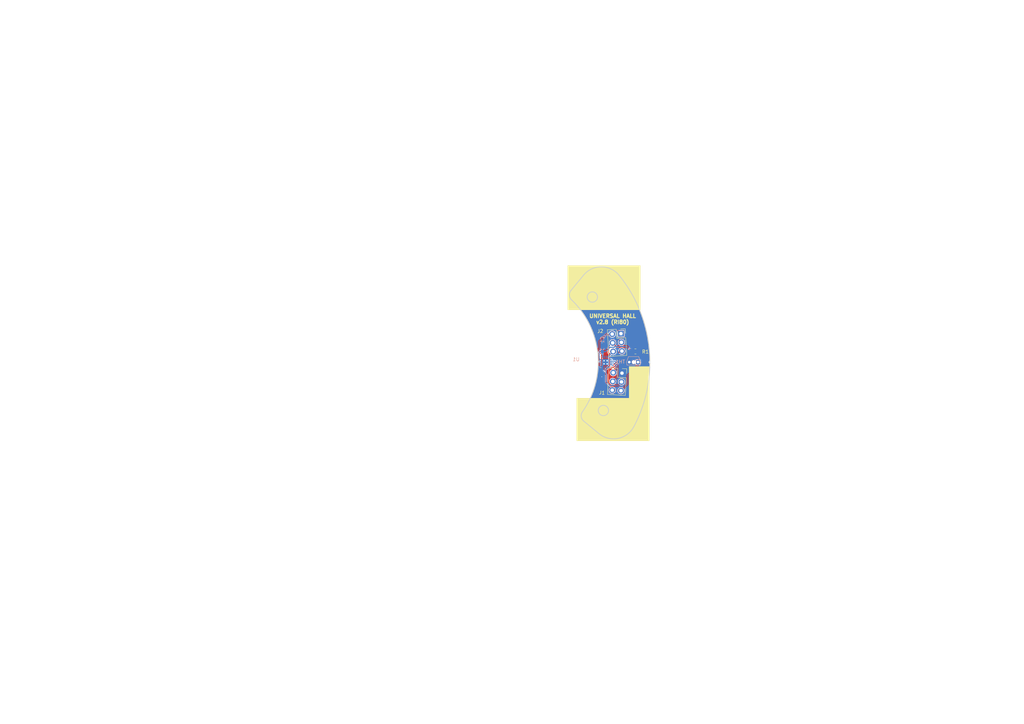
<source format=kicad_pcb>
(kicad_pcb (version 20211014) (generator pcbnew)
  (layers (0 "F.Cu" signal) (31 "B.Cu" signal) (34 "B.Paste" user) (35 "F.Paste" user) (36 "B.SilkS" user "B.Silkscreen") (37 "F.SilkS" user "F.Silkscreen") (38 "B.Mask" user) (39 "F.Mask" user) (44 "Edge.Cuts" user))
  (net 0 "")
  (net 1 "A")
  (net 2 "B")
  (net 3 "+3V3")
  (net 4 "VTEMP")
  (net 5 "Z")
  (net 6 "GND")
  (net 7 "MOSI")
  (net 8 "CS")
  (net 9 "MISO")
  (net 10 "MGL")
  (net 11 "SCLK")
  (net 12 "MGH")
  (footprint "Connector_PinSocket_2.54mm:PinSocket_2x03_P2.54mm_Vertical" (layer "F.Cu") (at 180.1 96.723428 3.17)
    (fp_text reference "J2" (at -5.950814 -1.054113 3.17) (layer "F.SilkS"))
    (fp_text value "Conn_02x03_Odd_Even")
    (fp_line (start 1.33 1.27) (end 1.33 6.41) (layer "F.SilkS") (width 0.12))
    (fp_line (start -3.87 6.41) (end 1.33 6.41) (layer "F.SilkS") (width 0.12))
    (fp_line (start 1.33 -1.33) (end 1.33 0) (layer "F.SilkS") (width 0.12))
    (fp_line (start -1.27 1.27) (end 1.33 1.27) (layer "F.SilkS") (width 0.12))
    (fp_line (start 0 -1.33) (end 1.33 -1.33) (layer "F.SilkS") (width 0.12))
    (fp_line (start -1.27 -1.33) (end -1.27 1.27) (layer "F.SilkS") (width 0.12))
    (fp_line (start -3.87 -1.33) (end -1.27 -1.33) (layer "F.SilkS") (width 0.12))
    (fp_line (start -3.87 -1.33) (end -3.87 6.41) (layer "F.SilkS") (width 0.12))
    (pad "1" thru_hole rect locked (at 0 0 3.17) (size 1.7 1.7) (drill 1) (layers *.Cu *.Mask) (net 10 "MGL"))
    (pad "2" thru_hole oval locked (at -2.54 0 3.17) (size 1.7 1.7) (drill 1) (layers *.Cu *.Mask) (net 11 "SCLK"))
    (pad "3" thru_hole oval locked (at 0 2.54 3.17) (size 1.7 1.7) (drill 1) (layers *.Cu *.Mask) (net 9 "MISO"))
    (pad "4" thru_hole oval locked (at -2.54 2.54 3.17) (size 1.7 1.7) (drill 1) (layers *.Cu *.Mask) (net 7 "MOSI"))
    (pad "5" thru_hole oval locked (at 0 5.08 3.17) (size 1.7 1.7) (drill 1) (layers *.Cu *.Mask) (net 8 "CS"))
    (pad "6" thru_hole oval locked (at -2.54 5.08 3.17) (size 1.7 1.7) (drill 1) (layers *.Cu *.Mask) (net 12 "MGH"))
  )
  (footprint "Connector_PinSocket_2.54mm:PinSocket_2x03_P2.54mm_Vertical" (layer "F.Cu") (at 180.4 108.2 -3.17)
    (fp_text reference "J1" (at -5.475922 6.012011 -3.17) (layer "F.SilkS"))
    (fp_text value "Conn_02x03_Odd_Even")
    (fp_line (start -1.27 -1.33) (end -1.27 1.27) (layer "F.SilkS") (width 0.12))
    (fp_line (start 0 -1.33) (end 1.33 -1.33) (layer "F.SilkS") (width 0.12))
    (fp_line (start 1.33 -1.33) (end 1.33 0) (layer "F.SilkS") (width 0.12))
    (fp_line (start -1.27 1.27) (end 1.33 1.27) (layer "F.SilkS") (width 0.12))
    (fp_line (start 1.33 1.27) (end 1.33 6.41) (layer "F.SilkS") (width 0.12))
    (fp_line (start -3.87 -1.33) (end -1.27 -1.33) (layer "F.SilkS") (width 0.12))
    (fp_line (start -3.87 -1.33) (end -3.87 6.41) (layer "F.SilkS") (width 0.12))
    (fp_line (start -3.87 6.41) (end 1.33 6.41) (layer "F.SilkS") (width 0.12))
    (pad "1" thru_hole rect locked (at 0 0 356.83) (size 1.7 1.7) (drill 1) (layers *.Cu *.Mask) (net 6 "GND"))
    (pad "2" thru_hole oval locked (at -2.54 0 356.83) (size 1.7 1.7) (drill 1) (layers *.Cu *.Mask) (net 5 "Z"))
    (pad "3" thru_hole oval locked (at 0 2.54 356.83) (size 1.7 1.7) (drill 1) (layers *.Cu *.Mask) (net 2 "B"))
    (pad "4" thru_hole oval locked (at -2.54 2.54 356.83) (size 1.7 1.7) (drill 1) (layers *.Cu *.Mask) (net 1 "A"))
    (pad "5" thru_hole oval locked (at 0 5.08 356.83) (size 1.7 1.7) (drill 1) (layers *.Cu *.Mask) (net 4 "VTEMP"))
    (pad "6" thru_hole oval locked (at -2.54 5.08 356.83) (size 1.7 1.7) (drill 1) (layers *.Cu *.Mask) (net 3 "+3V3"))
  )
  (footprint "Resistor_SMD:R_0805_2012Metric_Pad1.20x1.40mm_HandSolder" (layer "F.Cu") (at 184.3 101.9)
    (fp_text reference "R1" (at 2.9 0.1) (layer "F.SilkS"))
    (fp_text value "10k")
    (fp_line (start -0.227064 0.735) (end 0.227064 0.735) (layer "F.SilkS") (width 0.12))
    (fp_line (start -0.227064 -0.735) (end 0.227064 -0.735) (layer "F.SilkS") (width 0.12))
    (pad "1" smd roundrect locked (at -1 0) (size 1.2 1.4) (layers "F.Cu" "F.Paste" "F.Mask") (roundrect_rratio 0.2083333333) (net 3 "+3V3"))
    (pad "2" smd roundrect locked (at 1 0) (size 1.2 1.4) (layers "F.Cu" "F.Paste" "F.Mask") (roundrect_rratio 0.2083333333) (net 4 "VTEMP"))
  )
  (footprint "Capacitor_SMD:C_0603_1608Metric_Pad1.08x0.95mm_HandSolder" (layer "B.Cu") (at 174.7 101.1 90)
    (fp_text reference "C1" (at 2.6 0 90) (layer "B.SilkS") (effects (justify mirror)))
    (fp_text value "1uF")
    (fp_line (start -0.146267 -0.51) (end 0.146267 -0.51) (layer "B.SilkS") (width 0.12))
    (fp_line (start -0.146267 0.51) (end 0.146267 0.51) (layer "B.SilkS") (width 0.12))
    (pad "1" smd roundrect locked (at -0.8625 0 90) (size 1.075 0.95) (layers "B.Cu" "B.Paste" "B.Mask") (net 3 "+3V3"))
    (pad "2" smd roundrect locked (at 0.8625 0 90) (size 1.075 0.95) (layers "B.Cu" "B.Paste" "B.Mask") (net 6 "GND"))
  )
  (footprint "Package_TO_SOT_THT:TO-92S-2" (layer "B.Cu") (at 185.05 105 180)
    (fp_text reference "TH1" (at 5.15 0.1) (layer "B.SilkS") (effects (justify mirror)))
    (fp_text value "Thermistor_PTC")
    (fp_line (start 3.2 -0.85) (end 3.35 0) (layer "B.SilkS") (width 0.12))
    (fp_line (start -0.65 -0.85) (end 3.2 -0.85) (layer "B.SilkS") (width 0.12))
    (fp_line (start 2.75 1.6) (end -0.2 1.6) (layer "B.SilkS") (width 0.12))
    (fp_line (start -0.7 0.3) (end -0.8 0) (layer "B.SilkS") (width 0.12))
    (fp_line (start -0.8 0) (end -0.65 -0.85) (layer "B.SilkS") (width 0.12))
    (fp_line (start -0.2 1.6) (end -0.45 0.95) (layer "B.SilkS") (width 0.12))
    (fp_line (start 3.35 0) (end 2.75 1.6) (layer "B.SilkS") (width 0.12))
    (pad "1" thru_hole rect locked (at 0 0 180) (size 1.05 1.3) (drill 0.75) (layers *.Cu *.Mask) (net 4 "VTEMP"))
    (pad "2" thru_hole oval locked (at 2.54 0 180) (size 1.05 1.3) (drill 0.75) (layers *.Cu *.Mask) (net 6 "GND"))
  )
  (footprint "Package_DFN_QFN:VQFN-16-1EP_3x3mm_P0.5mm_EP1.8x1.8mm" (layer "B.Cu") (at 175.6 105 180)
    (fp_text reference "U1" (at 8.52 0.79) (layer "B.SilkS") (effects (justify mirror)))
    (fp_text value "MA310")
    (fp_line (start -1.135 -1.61) (end -1.61 -1.61) (layer "B.SilkS") (width 0.12))
    (fp_line (start 1.61 -1.61) (end 1.61 -1.135) (layer "B.SilkS") (width 0.12))
    (fp_line (start -1.61 -1.61) (end -1.61 -1.135) (layer "B.SilkS") (width 0.12))
    (fp_line (start 1.61 1.61) (end 1.61 1.135) (layer "B.SilkS") (width 0.12))
    (fp_line (start 1.135 1.61) (end 1.61 1.61) (layer "B.SilkS") (width 0.12))
    (fp_line (start 1.135 -1.61) (end 1.61 -1.61) (layer "B.SilkS") (width 0.12))
    (fp_line (start -1.135 1.61) (end -1.61 1.61) (layer "B.SilkS") (width 0.12))
    (pad "1" smd roundrect locked (at -1.4875 0.75 180) (size 0.775 0.25) (layers "B.Cu" "B.Paste" "B.Mask"))
    (pad "2" smd roundrect locked (at -1.4875 0.25 180) (size 0.775 0.25) (layers "B.Cu" "B.Paste" "B.Mask") (net 1 "A"))
    (pad "3" smd roundrect locked (at -1.4875 -0.25 180) (size 0.775 0.25) (layers "B.Cu" "B.Paste" "B.Mask") (net 5 "Z"))
    (pad "4" smd roundrect locked (at -1.4875 -0.75 180) (size 0.775 0.25) (layers "B.Cu" "B.Paste" "B.Mask") (net 7 "MOSI"))
    (pad "5" smd roundrect locked (at -0.75 -1.4875 180) (size 0.25 0.775) (layers "B.Cu" "B.Paste" "B.Mask") (net 8 "CS"))
    (pad "6" smd roundrect locked (at -0.25 -1.4875 180) (size 0.25 0.775) (layers "B.Cu" "B.Paste" "B.Mask") (net 2 "B"))
    (pad "7" smd roundrect locked (at 0.25 -1.4875 180) (size 0.25 0.775) (layers "B.Cu" "B.Paste" "B.Mask") (net 9 "MISO"))
    (pad "8" smd roundrect locked (at 0.75 -1.4875 180) (size 0.25 0.775) (layers "B.Cu" "B.Paste" "B.Mask") (net 6 "GND"))
    (pad "9" smd roundrect locked (at 1.4875 -0.75 180) (size 0.775 0.25) (layers "B.Cu" "B.Paste" "B.Mask"))
    (pad "10" smd roundrect locked (at 1.4875 -0.25 180) (size 0.775 0.25) (layers "B.Cu" "B.Paste" "B.Mask"))
    (pad "11" smd roundrect locked (at 1.4875 0.25 180) (size 0.775 0.25) (layers "B.Cu" "B.Paste" "B.Mask") (net 10 "MGL"))
    (pad "12" smd roundrect locked (at 1.4875 0.75 180) (size 0.775 0.25) (layers "B.Cu" "B.Paste" "B.Mask") (net 11 "SCLK"))
    (pad "13" smd roundrect locked (at 0.75 1.4875 180) (size 0.25 0.775) (layers "B.Cu" "B.Paste" "B.Mask") (net 3 "+3V3"))
    (pad "14" smd roundrect locked (at 0.25 1.4875 180) (size 0.25 0.775) (layers "B.Cu" "B.Paste" "B.Mask"))
    (pad "15" smd roundrect locked (at -0.25 1.4875 180) (size 0.25 0.775) (layers "B.Cu" "B.Paste" "B.Mask"))
    (pad "16" smd roundrect locked (at -0.75 1.4875 180) (size 0.25 0.775) (layers "B.Cu" "B.Paste" "B.Mask") (net 12 "MGH"))
    (pad "17" smd rect locked (at 0 0 180) (size 1.8 1.8) (layers "B.Cu" "B.Mask") (net 6 "GND"))
  )
  (gr_rect (start 182.5 106.3) (end 188.3 115.5) (layer "F.SilkS") (width 0.15) (fill solid))
  (gr_rect (start 167.3 115.5) (end 188.3 127.8) (layer "F.SilkS") (width 0.15) (fill solid))
  (gr_rect (start 164.7 77) (end 185.7 89.8) (layer "F.SilkS") (width 0.15) (fill solid))
  (gr_circle (center 183.8 105) (end 184.3 105) (layer "Edge.Cuts") (width 0.01) (fill none))
  (gr_arc (start 183.850624 123.717192) (mid 179.267591 127.135146) (end 173.721527 125.746701) (layer "Edge.Cuts") (width 0.25))
  (gr_circle (center 175.012968 119.037894) (end 176.512968 119.037894) (layer "Edge.Cuts") (width 0.25) (fill none))
  (gr_arc (start 179.577049 79.816335) (mid 186.161398 91.523387) (end 188.499218 104.750001) (layer "Edge.Cuts") (width 0.25))
  (gr_arc (start 165.768281 86.922212) (mid 165.153338 85.595855) (end 165.605163 84.205448) (layer "Edge.Cuts") (width 0.25))
  (gr_arc (start 188.499218 105.249998) (mid 187.289934 114.764268) (end 183.850625 123.717192) (layer "Edge.Cuts") (width 0.25))
  (gr_arc (start 165.768281 86.922211) (mid 173.382382 102.577798) (end 168.93064 119.407947) (layer "Edge.Cuts") (width 0.25))
  (gr_arc (start 188.499219 105.249999) (mid 188.25 105) (end 188.499218 104.750001) (layer "Edge.Cuts") (width 0.25))
  (gr_circle (center 171.807787 86.112251) (end 173.307787 86.112251) (layer "Edge.Cuts") (width 0.25) (fill none))
  (gr_line (start 169.246701 79.778472) (end 165.605163 84.205448) (layer "Edge.Cuts") (width 0.25))
  (gr_arc (start 169.246702 79.778472) (mid 174.420858 77.346455) (end 179.577049 79.816334) (layer "Edge.Cuts") (width 0.25))
  (gr_line (start 173.721527 125.746701) (end 169.294551 122.105163) (layer "Edge.Cuts") (width 0.25))
  (gr_arc (start 169.294551 122.105163) (mid 168.58305 120.828002) (end 168.93064 119.407947) (layer "Edge.Cuts") (width 0.25))
  (gr_text "UNIVERSAL HALL\nv2.8 (RI80)" (at 177.7 92.5) (layer "F.SilkS") (effects (font (size 1.1 1.1) (thickness 0.275))))
  (segment (start 178.35 104.75) (end 179.038398 105.438398) (width 0.25) (layer "B.Cu") (net 1))
  (segment (start 179.038398 105.438398) (end 179.038398 109.280685) (width 0.25) (layer "B.Cu") (net 1))
  (segment (start 177.0875 104.75) (end 178.35 104.75) (width 0.25) (layer "B.Cu") (net 1))
  (segment (start 179.038398 109.280685) (end 177.723428 110.595655) (width 0.25) (layer "B.Cu") (net 1))
  (segment (start 175.85 106.4875) (end 175.85 110.75) (width 0.25) (layer "B.Cu") (net 2))
  (segment (start 176.870166 111.770166) (end 179.225488 111.770166) (width 0.25) (layer "B.Cu") (net 2))
  (segment (start 175.85 110.75) (end 176.870166 111.770166) (width 0.25) (layer "B.Cu") (net 2))
  (segment (start 179.225488 111.770166) (end 180.259541 110.736113) (width 0.25) (layer "B.Cu") (net 2))
  (segment (start 174.7 102.7) (end 174.5 102.9) (width 0.3) (layer "F.Cu") (net 3))
  (segment (start 182.5 101.1) (end 183.3 101.9) (width 0.3) (layer "F.Cu") (net 3))
  (segment (start 175.8 108.630916) (end 175.8 111.348799) (width 0.3) (layer "F.Cu") (net 3))
  (segment (start 174.5 107.330916) (end 175.8 108.630916) (width 0.3) (layer "F.Cu") (net 3))
  (segment (start 174.5 102.9) (end 174.5 107.330916) (width 0.3) (layer "F.Cu") (net 3))
  (segment (start 175.8 111.348799) (end 177.582969 113.131768) (width 0.3) (layer "F.Cu") (net 3))
  (via (at 182.5 101.1) (size 0.3) (drill 0.2) (layers "F.Cu" "B.Cu") (net 3))
  (via (at 174.7 102.7) (size 0.3) (drill 0.2) (layers "F.Cu" "B.Cu") (net 3))
  (segment (start 181.859052 100.459052) (end 178.341659 100.459052) (width 0.3) (layer "B.Cu") (net 3))
  (segment (start 174.85 102.85) (end 174.85 103.5125) (width 0.3) (layer "B.Cu") (net 3))
  (segment (start 176.9 100.7) (end 175.6375 101.9625) (width 0.3) (layer "B.Cu") (net 3))
  (segment (start 175.6375 101.9625) (end 174.7 101.9625) (width 0.3) (layer "B.Cu") (net 3))
  (segment (start 174.7 102.7) (end 174.7 101.9625) (width 0.3) (layer "B.Cu") (net 3))
  (segment (start 178.341659 100.459052) (end 178.100711 100.7) (width 0.3) (layer "B.Cu") (net 3))
  (segment (start 182.5 101.1) (end 181.859052 100.459052) (width 0.3) (layer "B.Cu") (net 3))
  (segment (start 174.7 102.7) (end 174.85 102.85) (width 0.3) (layer "B.Cu") (net 3))
  (segment (start 178.100711 100.7) (end 176.9 100.7) (width 0.3) (layer "B.Cu") (net 3))
  (segment (start 185.3 104.75) (end 185.05 105) (width 0.2) (layer "F.Cu") (net 4))
  (segment (start 185.3 101.9) (end 185.3 104.75) (width 0.2) (layer "F.Cu") (net 4))
  (segment (start 180.119083 113.272227) (end 180.127773 113.272227) (width 0.2) (layer "B.Cu") (net 4))
  (segment (start 185.05 105.85) (end 185.05 105) (width 0.2) (layer "B.Cu") (net 4))
  (segment (start 180.127773 113.272227) (end 182 111.4) (width 0.2) (layer "B.Cu") (net 4))
  (segment (start 182 108.9) (end 185.05 105.85) (width 0.2) (layer "B.Cu") (net 4))
  (segment (start 182 111.4) (end 182 108.9) (width 0.2) (layer "B.Cu") (net 4))
  (segment (start 178.05 105.25) (end 178.613878 105.813878) (width 0.2) (layer "B.Cu") (net 5))
  (segment (start 177.0875 105.25) (end 178.05 105.25) (width 0.2) (layer "B.Cu") (net 5))
  (segment (start 178.613878 105.813878) (end 178.613878 107.30955) (width 0.2) (layer "B.Cu") (net 5))
  (segment (start 178.613878 107.30955) (end 177.863887 108.059541) (width 0.2) (layer "B.Cu") (net 5))
  (via (at 174.55 109.25) (size 0.3) (drill 0.2) (layers "F.Cu" "B.Cu") (net 6))
  (via (at 176.1 104.6) (size 0.6) (drill 0.4) (layers "F.Cu" "B.Cu") (net 6))
  (via (at 175.2 105.5) (size 0.6) (drill 0.4) (layers "F.Cu" "B.Cu") (net 6))
  (via (at 175.2 104.6) (size 0.6) (drill 0.4) (layers "F.Cu" "B.Cu") (net 6))
  (via (at 174.6 99.4) (size 0.3) (drill 0.2) (layers "F.Cu" "B.Cu") (net 6))
  (via (at 176.1 105.5) (size 0.6) (drill 0.4) (layers "F.Cu" "B.Cu") (net 6))
  (segment (start 174.85 106.4875) (end 174.85 105.75) (width 0.25) (layer "B.Cu") (net 6))
  (segment (start 174.85 105.75) (end 175.6 105) (width 0.25) (layer "B.Cu") (net 6))
  (segment (start 174.8755 106.513) (end 174.85 106.4875) (width 0.25) (layer "B.Cu") (net 6))
  (segment (start 174.85 108.95) (end 174.55 109.25) (width 0.25) (layer "B.Cu") (net 6))
  (segment (start 174.85 106.4875) (end 174.85 108.95) (width 0.25) (layer "B.Cu") (net 6))
  (segment (start 179.019315 100.919315) (end 179 100.9) (width 0.25) (layer "F.Cu") (net 7))
  (segment (start 179.019315 104.780685) (end 179.019315 100.919315) (width 0.25) (layer "F.Cu") (net 7))
  (segment (start 177.774732 106.025268) (end 179.019315 104.780685) (width 0.25) (layer "F.Cu") (net 7))
  (segment (start 179 100.695655) (end 177.704345 99.4) (width 0.25) (layer "F.Cu") (net 7))
  (segment (start 179 100.9) (end 179 100.695655) (width 0.25) (layer "F.Cu") (net 7))
  (via (at 177.774732 106.025268) (size 0.3) (drill 0.2) (layers "F.Cu" "B.Cu") (net 7))
  (segment (start 177.0875 105.75) (end 177.499464 105.75) (width 0.25) (layer "B.Cu") (net 7))
  (segment (start 177.499464 105.75) (end 177.774732 106.025268) (width 0.25) (layer "B.Cu") (net 7))
  (segment (start 179.468835 102.1) (end 179.77318 101.795655) (width 0.25) (layer "F.Cu") (net 8))
  (segment (start 177 106.4745) (end 177.025279 106.499779) (width 0.25) (layer "F.Cu") (net 8))
  (segment (start 178.000221 106.499779) (end 179.468835 105.031165) (width 0.25) (layer "F.Cu") (net 8))
  (segment (start 177.025279 106.499779) (end 178.000221 106.499779) (width 0.25) (layer "F.Cu") (net 8))
  (segment (start 179.77318 101.795655) (end 180.380917 101.795655) (width 0.25) (layer "F.Cu") (net 8))
  (segment (start 179.468835 105.031165) (end 179.468835 102.1) (width 0.25) (layer "F.Cu") (net 8))
  (via (at 177 106.4745) (size 0.3) (drill 0.2) (layers "F.Cu" "B.Cu") (net 8))
  (segment (start 176.987 106.4875) (end 177 106.4745) (width 0.25) (layer "B.Cu") (net 8))
  (segment (start 176.35 106.4875) (end 176.987 106.4875) (width 0.25) (layer "B.Cu") (net 8))
  (segment (start 179.206407 98.225489) (end 180.240459 99.259541) (width 0.25) (layer "F.Cu") (net 9))
  (segment (start 176.525489 106.350011) (end 176.525489 106.27795) (width 0.25) (layer "F.Cu") (net 9))
  (segment (start 176.525489 106.27795) (end 176.8 106.003439) (width 0.25) (layer "F.Cu") (net 9))
  (segment (start 176.529834 102.282154) (end 176.529834 98.670166) (width 0.25) (layer "F.Cu") (net 9))
  (segment (start 176.974511 98.225489) (end 179.206407 98.225489) (width 0.25) (layer "F.Cu") (net 9))
  (segment (start 176.8 102.55232) (end 176.529834 102.282154) (width 0.25) (layer "F.Cu") (net 9))
  (segment (start 176.8 106.003439) (end 176.8 102.55232) (width 0.25) (layer "F.Cu") (net 9))
  (segment (start 175.3755 107.5) (end 176.525489 106.350011) (width 0.25) (layer "F.Cu") (net 9))
  (segment (start 176.529834 98.670166) (end 176.974511 98.225489) (width 0.25) (layer "F.Cu") (net 9))
  (via (at 175.3755 107.5) (size 0.3) (drill 0.2) (layers "F.Cu" "B.Cu") (net 9))
  (segment (start 175.35 107.4745) (end 175.35 106.4875) (width 0.25) (layer "B.Cu") (net 9))
  (segment (start 175.3755 107.5) (end 175.35 107.4745) (width 0.25) (layer "B.Cu") (net 9))
  (segment (start 175.45048 97.14952) (end 177 95.6) (width 0.25) (layer "F.Cu") (net 10))
  (segment (start 179 95.6) (end 180.1 96.7) (width 0.25) (layer "F.Cu") (net 10))
  (segment (start 173.742779 104.722366) (end 173.742779 102.257221) (width 0.25) (layer "F.Cu") (net 10))
  (segment (start 173.742779 102.257221) (end 175.45048 100.54952) (width 0.25) (layer "F.Cu") (net 10))
  (segment (start 177 95.6) (end 179 95.6) (width 0.25) (layer "F.Cu") (net 10))
  (segment (start 180.1 96.7) (end 180.1 96.723428) (width 0.25) (layer "F.Cu") (net 10))
  (segment (start 175.45048 100.54952) (end 175.45048 97.14952) (width 0.25) (layer "F.Cu") (net 10))
  (via (at 173.742779 104.722366) (size 0.3) (drill 0.2) (layers "F.Cu" "B.Cu") (net 10))
  (segment (start 174.084866 104.722366) (end 174.1125 104.75) (width 0.2) (layer "B.Cu") (net 10))
  (segment (start 173.742779 104.722366) (end 174.084866 104.722366) (width 0.2) (layer "B.Cu") (net 10))
  (segment (start 173.770413 104.75) (end 173.742779 104.722366) (width 0.2) (layer "B.Cu") (net 10))
  (segment (start 174.1125 104.25) (end 173.8 103.9375) (width 0.2) (layer "B.Cu") (net 11))
  (segment (start 173.8 99) (end 175.936113 96.863887) (width 0.2) (layer "B.Cu") (net 11))
  (segment (start 175.936113 96.863887) (end 177.563887 96.863887) (width 0.2) (layer "B.Cu") (net 11))
  (segment (start 173.8 103.9375) (end 173.8 99) (width 0.2) (layer "B.Cu") (net 11))
  (segment (start 176.35 103.430918) (end 177.844804 101.936114) (width 0.25) (layer "B.Cu") (net 12))
  (segment (start 176.35 103.5125) (end 176.35 103.430918) (width 0.25) (layer "B.Cu") (net 12))
  (zone (net 6) (net_name "GND") (layers F&B.Cu) (connect_pads yes (clearance 0.1)) (min_thickness 0.254) (fill yes (thermal_gap 0.508) (thermal_bridge_width 0.508))
    (polygon (pts (xy 168.1 86) (xy 172 86) (xy 172 89.8) (xy 192.4 89.8) (xy 192.4 115.4) (xy 175 115.4) (xy 175 119) (xy 171.3 119) (xy 171.3 124) (xy 160 124) (xy 160 80.8) (xy 168.1 80.8)))
  )
)
</source>
